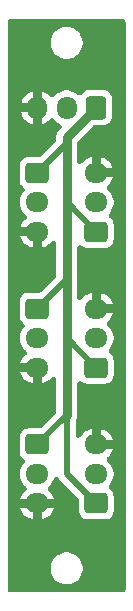
<source format=gbr>
%TF.GenerationSoftware,KiCad,Pcbnew,9.0.2*%
%TF.CreationDate,2025-07-09T13:19:50-04:00*%
%TF.ProjectId,JST Adapter Board,4a535420-4164-4617-9074-657220426f61,rev?*%
%TF.SameCoordinates,Original*%
%TF.FileFunction,Copper,L2,Bot*%
%TF.FilePolarity,Positive*%
%FSLAX46Y46*%
G04 Gerber Fmt 4.6, Leading zero omitted, Abs format (unit mm)*
G04 Created by KiCad (PCBNEW 9.0.2) date 2025-07-09 13:19:50*
%MOMM*%
%LPD*%
G01*
G04 APERTURE LIST*
G04 Aperture macros list*
%AMRoundRect*
0 Rectangle with rounded corners*
0 $1 Rounding radius*
0 $2 $3 $4 $5 $6 $7 $8 $9 X,Y pos of 4 corners*
0 Add a 4 corners polygon primitive as box body*
4,1,4,$2,$3,$4,$5,$6,$7,$8,$9,$2,$3,0*
0 Add four circle primitives for the rounded corners*
1,1,$1+$1,$2,$3*
1,1,$1+$1,$4,$5*
1,1,$1+$1,$6,$7*
1,1,$1+$1,$8,$9*
0 Add four rect primitives between the rounded corners*
20,1,$1+$1,$2,$3,$4,$5,0*
20,1,$1+$1,$4,$5,$6,$7,0*
20,1,$1+$1,$6,$7,$8,$9,0*
20,1,$1+$1,$8,$9,$2,$3,0*%
G04 Aperture macros list end*
%TA.AperFunction,ComponentPad*%
%ADD10RoundRect,0.250000X0.725000X-0.600000X0.725000X0.600000X-0.725000X0.600000X-0.725000X-0.600000X0*%
%TD*%
%TA.AperFunction,ComponentPad*%
%ADD11O,1.950000X1.700000*%
%TD*%
%TA.AperFunction,ComponentPad*%
%ADD12RoundRect,0.250000X-0.725000X0.600000X-0.725000X-0.600000X0.725000X-0.600000X0.725000X0.600000X0*%
%TD*%
%TA.AperFunction,ComponentPad*%
%ADD13RoundRect,0.250000X0.600000X0.725000X-0.600000X0.725000X-0.600000X-0.725000X0.600000X-0.725000X0*%
%TD*%
%TA.AperFunction,ComponentPad*%
%ADD14O,1.700000X1.950000*%
%TD*%
%TA.AperFunction,Conductor*%
%ADD15C,0.500000*%
%TD*%
%TA.AperFunction,Conductor*%
%ADD16C,0.750000*%
%TD*%
G04 APERTURE END LIST*
D10*
%TO.P,J5,1,Pin_1*%
%TO.N,/S*%
X91000000Y-71000000D03*
D11*
%TO.P,J5,2,Pin_2*%
%TO.N,/V*%
X91000000Y-68500000D03*
%TO.P,J5,3,Pin_3*%
%TO.N,/G*%
X91000000Y-66000000D03*
%TD*%
D10*
%TO.P,J6,1,Pin_1*%
%TO.N,/S*%
X91000000Y-82500000D03*
D11*
%TO.P,J6,2,Pin_2*%
%TO.N,/V*%
X91000000Y-80000000D03*
%TO.P,J6,3,Pin_3*%
%TO.N,/G*%
X91000000Y-77500000D03*
%TD*%
D12*
%TO.P,J4,1,Pin_1*%
%TO.N,/S*%
X86000000Y-89000000D03*
D11*
%TO.P,J4,2,Pin_2*%
%TO.N,/V*%
X86000000Y-91500000D03*
%TO.P,J4,3,Pin_3*%
%TO.N,/G*%
X86000000Y-94000000D03*
%TD*%
D10*
%TO.P,J7,1,Pin_1*%
%TO.N,/S*%
X91000000Y-94000000D03*
D11*
%TO.P,J7,2,Pin_2*%
%TO.N,/V*%
X91000000Y-91500000D03*
%TO.P,J7,3,Pin_3*%
%TO.N,/G*%
X91000000Y-89000000D03*
%TD*%
D13*
%TO.P,J1,1,Pin_1*%
%TO.N,/S*%
X91000000Y-60500000D03*
D14*
%TO.P,J1,2,Pin_2*%
%TO.N,/V*%
X88500000Y-60500000D03*
%TO.P,J1,3,Pin_3*%
%TO.N,/G*%
X86000000Y-60500000D03*
%TD*%
D12*
%TO.P,J3,1,Pin_1*%
%TO.N,/S*%
X86000000Y-77500000D03*
D11*
%TO.P,J3,2,Pin_2*%
%TO.N,/V*%
X86000000Y-80000000D03*
%TO.P,J3,3,Pin_3*%
%TO.N,/G*%
X86000000Y-82500000D03*
%TD*%
D12*
%TO.P,J2,1,Pin_1*%
%TO.N,/S*%
X86000000Y-66000000D03*
D11*
%TO.P,J2,2,Pin_2*%
%TO.N,/V*%
X86000000Y-68500000D03*
%TO.P,J2,3,Pin_3*%
%TO.N,/G*%
X86000000Y-71000000D03*
%TD*%
D15*
%TO.N,/S*%
X86000000Y-77500000D02*
X88500000Y-75000000D01*
X88500000Y-63500000D02*
X86000000Y-66000000D01*
X86000000Y-89000000D02*
X88500000Y-86500000D01*
D16*
X91000000Y-60500000D02*
X91000000Y-61000000D01*
X91000000Y-60500000D02*
X88500000Y-63000000D01*
X88500000Y-86500000D02*
X88500000Y-80000000D01*
D15*
X91000000Y-82500000D02*
X88500000Y-80000000D01*
X91000000Y-71000000D02*
X88500000Y-68500000D01*
X88500000Y-91500000D02*
X91000000Y-94000000D01*
X88500000Y-86500000D02*
X88500000Y-91500000D01*
D16*
X88500000Y-80000000D02*
X88500000Y-63000000D01*
%TD*%
%TA.AperFunction,Conductor*%
%TO.N,/G*%
G36*
X93345788Y-53019454D02*
G01*
X93426570Y-53073430D01*
X93480546Y-53154212D01*
X93499500Y-53249500D01*
X93499500Y-101250500D01*
X93480546Y-101345788D01*
X93426570Y-101426570D01*
X93345788Y-101480546D01*
X93250500Y-101499500D01*
X83749500Y-101499500D01*
X83654212Y-101480546D01*
X83573430Y-101426570D01*
X83519454Y-101345788D01*
X83500500Y-101250500D01*
X83500500Y-99393703D01*
X87149500Y-99393703D01*
X87149500Y-99606296D01*
X87182753Y-99816240D01*
X87182754Y-99816243D01*
X87248443Y-100018412D01*
X87344949Y-100207816D01*
X87469896Y-100379792D01*
X87620208Y-100530104D01*
X87792184Y-100655051D01*
X87981588Y-100751557D01*
X88183757Y-100817246D01*
X88257601Y-100828941D01*
X88393703Y-100850499D01*
X88393710Y-100850499D01*
X88393713Y-100850500D01*
X88393716Y-100850500D01*
X88606284Y-100850500D01*
X88606287Y-100850500D01*
X88606290Y-100850499D01*
X88606296Y-100850499D01*
X88705476Y-100834789D01*
X88816243Y-100817246D01*
X89018412Y-100751557D01*
X89207816Y-100655051D01*
X89379792Y-100530104D01*
X89530104Y-100379792D01*
X89655051Y-100207816D01*
X89751557Y-100018412D01*
X89817246Y-99816243D01*
X89850500Y-99606287D01*
X89850500Y-99393713D01*
X89850499Y-99393710D01*
X89850499Y-99393703D01*
X89817246Y-99183759D01*
X89817246Y-99183757D01*
X89751557Y-98981588D01*
X89655051Y-98792184D01*
X89530104Y-98620208D01*
X89379792Y-98469896D01*
X89207816Y-98344949D01*
X89018412Y-98248443D01*
X89018409Y-98248442D01*
X89018407Y-98248441D01*
X88816240Y-98182753D01*
X88606296Y-98149500D01*
X88606287Y-98149500D01*
X88393713Y-98149500D01*
X88393703Y-98149500D01*
X88183759Y-98182753D01*
X87981592Y-98248441D01*
X87792182Y-98344950D01*
X87620206Y-98469897D01*
X87469897Y-98620206D01*
X87344950Y-98792182D01*
X87248441Y-98981592D01*
X87182753Y-99183759D01*
X87149500Y-99393703D01*
X83500500Y-99393703D01*
X83500500Y-94375000D01*
X84577371Y-94375000D01*
X84623904Y-94518215D01*
X84623908Y-94518225D01*
X84720376Y-94707553D01*
X84845275Y-94879462D01*
X84995537Y-95029724D01*
X85167446Y-95154623D01*
X85356774Y-95251091D01*
X85356787Y-95251097D01*
X85558870Y-95316756D01*
X85625000Y-95327230D01*
X85625000Y-94375001D01*
X85624999Y-94375000D01*
X84577371Y-94375000D01*
X83500500Y-94375000D01*
X83500500Y-82875000D01*
X84577371Y-82875000D01*
X84623904Y-83018215D01*
X84623908Y-83018225D01*
X84720376Y-83207553D01*
X84845275Y-83379462D01*
X84995537Y-83529724D01*
X85167446Y-83654623D01*
X85356774Y-83751091D01*
X85356787Y-83751097D01*
X85558870Y-83816756D01*
X85625000Y-83827230D01*
X85625000Y-82875001D01*
X85624999Y-82875000D01*
X84577371Y-82875000D01*
X83500500Y-82875000D01*
X83500500Y-71375000D01*
X84577371Y-71375000D01*
X84623904Y-71518215D01*
X84623908Y-71518225D01*
X84720376Y-71707553D01*
X84845275Y-71879462D01*
X84995537Y-72029724D01*
X85167446Y-72154623D01*
X85356774Y-72251091D01*
X85356787Y-72251097D01*
X85558870Y-72316756D01*
X85625000Y-72327230D01*
X85625000Y-71375001D01*
X85624999Y-71375000D01*
X84577371Y-71375000D01*
X83500500Y-71375000D01*
X83500500Y-65349988D01*
X84524500Y-65349988D01*
X84524500Y-66650006D01*
X84535001Y-66752800D01*
X84590185Y-66919332D01*
X84658276Y-67029727D01*
X84682288Y-67068656D01*
X84806344Y-67192712D01*
X84826566Y-67205185D01*
X84897717Y-67271339D01*
X84938136Y-67359687D01*
X84941670Y-67456778D01*
X84907779Y-67547830D01*
X84871921Y-67593181D01*
X84844899Y-67620203D01*
X84719950Y-67792182D01*
X84623441Y-67981592D01*
X84557753Y-68183759D01*
X84524500Y-68393703D01*
X84524500Y-68606296D01*
X84557753Y-68816240D01*
X84557754Y-68816243D01*
X84623443Y-69018412D01*
X84719949Y-69207816D01*
X84837754Y-69369961D01*
X84844897Y-69379793D01*
X84995207Y-69530103D01*
X85021029Y-69548864D01*
X85086978Y-69620207D01*
X85120604Y-69711357D01*
X85116790Y-69808437D01*
X85076115Y-69896668D01*
X85021032Y-69951752D01*
X84995537Y-69970275D01*
X84845275Y-70120537D01*
X84720376Y-70292446D01*
X84623908Y-70481774D01*
X84623904Y-70481784D01*
X84577370Y-70624999D01*
X84577371Y-70625000D01*
X85703248Y-70625000D01*
X85619905Y-70708343D01*
X85557370Y-70816657D01*
X85525000Y-70937465D01*
X85525000Y-71062535D01*
X85557370Y-71183343D01*
X85619905Y-71291657D01*
X85708343Y-71380095D01*
X85816657Y-71442630D01*
X85937465Y-71475000D01*
X86062535Y-71475000D01*
X86183343Y-71442630D01*
X86291657Y-71380095D01*
X86375000Y-71296752D01*
X86375000Y-72327229D01*
X86441129Y-72316756D01*
X86643212Y-72251097D01*
X86643225Y-72251091D01*
X86832553Y-72154623D01*
X87004462Y-72029724D01*
X87154723Y-71879463D01*
X87174054Y-71852857D01*
X87245397Y-71786908D01*
X87336547Y-71753281D01*
X87433627Y-71757095D01*
X87521858Y-71797769D01*
X87587807Y-71869112D01*
X87621434Y-71960262D01*
X87624500Y-71999215D01*
X87624500Y-74710991D01*
X87605546Y-74806279D01*
X87551570Y-74887061D01*
X86362060Y-76076570D01*
X86281278Y-76130546D01*
X86185990Y-76149500D01*
X85225002Y-76149500D01*
X85224985Y-76149501D01*
X85122199Y-76160001D01*
X84955667Y-76215185D01*
X84806346Y-76307286D01*
X84682286Y-76431346D01*
X84590184Y-76580668D01*
X84535002Y-76747197D01*
X84535001Y-76747204D01*
X84524500Y-76849988D01*
X84524500Y-78150006D01*
X84535001Y-78252800D01*
X84590185Y-78419332D01*
X84658276Y-78529727D01*
X84682288Y-78568656D01*
X84806344Y-78692712D01*
X84826566Y-78705185D01*
X84897717Y-78771339D01*
X84938136Y-78859687D01*
X84941670Y-78956778D01*
X84907779Y-79047830D01*
X84871921Y-79093181D01*
X84844899Y-79120203D01*
X84719950Y-79292182D01*
X84623441Y-79481592D01*
X84557753Y-79683759D01*
X84524500Y-79893703D01*
X84524500Y-80106296D01*
X84557753Y-80316240D01*
X84557754Y-80316243D01*
X84623443Y-80518412D01*
X84719949Y-80707816D01*
X84837754Y-80869961D01*
X84844897Y-80879793D01*
X84995207Y-81030103D01*
X85021029Y-81048864D01*
X85086978Y-81120207D01*
X85120604Y-81211357D01*
X85116790Y-81308437D01*
X85076115Y-81396668D01*
X85021032Y-81451752D01*
X84995537Y-81470275D01*
X84845275Y-81620537D01*
X84720376Y-81792446D01*
X84623908Y-81981774D01*
X84623904Y-81981784D01*
X84577370Y-82124999D01*
X84577371Y-82125000D01*
X85703248Y-82125000D01*
X85619905Y-82208343D01*
X85557370Y-82316657D01*
X85525000Y-82437465D01*
X85525000Y-82562535D01*
X85557370Y-82683343D01*
X85619905Y-82791657D01*
X85708343Y-82880095D01*
X85816657Y-82942630D01*
X85937465Y-82975000D01*
X86062535Y-82975000D01*
X86183343Y-82942630D01*
X86291657Y-82880095D01*
X86375000Y-82796752D01*
X86375000Y-83827229D01*
X86441129Y-83816756D01*
X86643212Y-83751097D01*
X86643225Y-83751091D01*
X86832553Y-83654623D01*
X87004462Y-83529724D01*
X87154723Y-83379463D01*
X87174054Y-83352857D01*
X87245397Y-83286908D01*
X87336547Y-83253281D01*
X87433627Y-83257095D01*
X87521858Y-83297769D01*
X87587807Y-83369112D01*
X87621434Y-83460262D01*
X87624500Y-83499215D01*
X87624500Y-86210991D01*
X87605546Y-86306279D01*
X87551570Y-86387061D01*
X86362060Y-87576570D01*
X86281278Y-87630546D01*
X86185990Y-87649500D01*
X85225002Y-87649500D01*
X85224985Y-87649501D01*
X85122199Y-87660001D01*
X84955667Y-87715185D01*
X84806346Y-87807286D01*
X84682286Y-87931346D01*
X84590184Y-88080668D01*
X84535002Y-88247197D01*
X84535001Y-88247204D01*
X84524500Y-88349988D01*
X84524500Y-89650006D01*
X84535001Y-89752800D01*
X84590185Y-89919332D01*
X84658276Y-90029727D01*
X84682288Y-90068656D01*
X84806344Y-90192712D01*
X84826566Y-90205185D01*
X84897717Y-90271339D01*
X84938136Y-90359687D01*
X84941670Y-90456778D01*
X84907779Y-90547830D01*
X84871921Y-90593181D01*
X84844899Y-90620203D01*
X84719950Y-90792182D01*
X84623441Y-90981592D01*
X84557753Y-91183759D01*
X84524500Y-91393703D01*
X84524500Y-91606296D01*
X84557753Y-91816240D01*
X84610446Y-91978414D01*
X84623443Y-92018412D01*
X84719949Y-92207816D01*
X84719950Y-92207817D01*
X84844897Y-92379793D01*
X84995207Y-92530103D01*
X85021029Y-92548864D01*
X85086978Y-92620207D01*
X85120604Y-92711357D01*
X85116790Y-92808437D01*
X85076115Y-92896668D01*
X85021032Y-92951752D01*
X84995537Y-92970275D01*
X84845275Y-93120537D01*
X84720376Y-93292446D01*
X84623908Y-93481774D01*
X84623904Y-93481784D01*
X84577370Y-93624999D01*
X84577371Y-93625000D01*
X85703248Y-93625000D01*
X85619905Y-93708343D01*
X85557370Y-93816657D01*
X85525000Y-93937465D01*
X85525000Y-94062535D01*
X85557370Y-94183343D01*
X85619905Y-94291657D01*
X85708343Y-94380095D01*
X85816657Y-94442630D01*
X85937465Y-94475000D01*
X86062535Y-94475000D01*
X86183343Y-94442630D01*
X86291657Y-94380095D01*
X86296751Y-94375001D01*
X86375000Y-94375001D01*
X86375000Y-95327229D01*
X86441129Y-95316756D01*
X86643212Y-95251097D01*
X86643225Y-95251091D01*
X86832553Y-95154623D01*
X87004462Y-95029724D01*
X87154724Y-94879462D01*
X87279623Y-94707553D01*
X87376091Y-94518225D01*
X87376095Y-94518215D01*
X87422629Y-94375000D01*
X86375001Y-94375000D01*
X86375000Y-94375001D01*
X86296751Y-94375001D01*
X86380095Y-94291657D01*
X86442630Y-94183343D01*
X86475000Y-94062535D01*
X86475000Y-93937465D01*
X86442630Y-93816657D01*
X86380095Y-93708343D01*
X86296752Y-93625000D01*
X87422629Y-93625000D01*
X87422629Y-93624999D01*
X87376095Y-93481784D01*
X87376091Y-93481774D01*
X87279623Y-93292446D01*
X87154724Y-93120537D01*
X87004462Y-92970275D01*
X86978970Y-92951754D01*
X86913021Y-92880410D01*
X86879394Y-92789260D01*
X86883209Y-92692180D01*
X86923884Y-92603950D01*
X86978971Y-92548863D01*
X87004792Y-92530104D01*
X87155104Y-92379792D01*
X87280051Y-92207816D01*
X87376557Y-92018412D01*
X87403499Y-91935494D01*
X87420196Y-91905677D01*
X87433276Y-91874101D01*
X87443739Y-91863637D01*
X87450970Y-91850726D01*
X87477808Y-91829568D01*
X87501975Y-91805402D01*
X87515648Y-91799738D01*
X87527268Y-91790578D01*
X87560153Y-91781303D01*
X87591734Y-91768222D01*
X87606535Y-91768222D01*
X87620775Y-91764206D01*
X87654707Y-91768222D01*
X87688889Y-91768222D01*
X87702563Y-91773886D01*
X87717256Y-91775625D01*
X87747072Y-91792322D01*
X87778649Y-91805402D01*
X87789112Y-91815865D01*
X87802024Y-91823096D01*
X87847348Y-91874101D01*
X87867813Y-91904729D01*
X87917048Y-91978416D01*
X88690189Y-92751557D01*
X89451570Y-93512938D01*
X89505546Y-93593720D01*
X89524500Y-93689008D01*
X89524500Y-94649997D01*
X89524501Y-94650014D01*
X89535001Y-94752800D01*
X89590185Y-94919331D01*
X89590186Y-94919334D01*
X89682288Y-95068656D01*
X89806344Y-95192712D01*
X89955666Y-95284814D01*
X89955669Y-95284815D01*
X89955667Y-95284815D01*
X90119310Y-95339040D01*
X90122203Y-95339999D01*
X90224991Y-95350500D01*
X91775008Y-95350499D01*
X91877797Y-95339999D01*
X92044334Y-95284814D01*
X92193656Y-95192712D01*
X92317712Y-95068656D01*
X92409814Y-94919334D01*
X92464999Y-94752797D01*
X92475500Y-94650009D01*
X92475499Y-93349992D01*
X92464999Y-93247203D01*
X92409814Y-93080666D01*
X92317712Y-92931344D01*
X92193656Y-92807288D01*
X92173431Y-92794813D01*
X92102281Y-92728658D01*
X92061862Y-92640310D01*
X92058330Y-92543219D01*
X92092221Y-92452167D01*
X92128083Y-92406813D01*
X92155100Y-92379796D01*
X92155104Y-92379792D01*
X92280051Y-92207816D01*
X92376557Y-92018412D01*
X92442246Y-91816243D01*
X92475500Y-91606287D01*
X92475500Y-91393713D01*
X92475499Y-91393710D01*
X92475499Y-91393703D01*
X92442246Y-91183759D01*
X92442246Y-91183757D01*
X92376557Y-90981588D01*
X92280051Y-90792184D01*
X92155104Y-90620208D01*
X92004792Y-90469896D01*
X92004790Y-90469894D01*
X91978969Y-90451134D01*
X91913021Y-90379791D01*
X91879394Y-90288640D01*
X91883209Y-90191560D01*
X91923885Y-90103330D01*
X91978974Y-90048243D01*
X92004459Y-90029727D01*
X92154724Y-89879462D01*
X92279623Y-89707553D01*
X92376091Y-89518225D01*
X92376095Y-89518215D01*
X92422629Y-89375000D01*
X91296752Y-89375000D01*
X91380095Y-89291657D01*
X91442630Y-89183343D01*
X91475000Y-89062535D01*
X91475000Y-88937465D01*
X91442630Y-88816657D01*
X91380095Y-88708343D01*
X91296751Y-88624999D01*
X91375000Y-88624999D01*
X91375001Y-88625000D01*
X92422629Y-88625000D01*
X92422629Y-88624999D01*
X92376095Y-88481784D01*
X92376091Y-88481774D01*
X92279623Y-88292446D01*
X92154724Y-88120537D01*
X92004462Y-87970275D01*
X91832553Y-87845376D01*
X91643225Y-87748908D01*
X91643215Y-87748904D01*
X91441124Y-87683241D01*
X91441120Y-87683240D01*
X91375000Y-87672767D01*
X91375000Y-88624999D01*
X91296751Y-88624999D01*
X91291657Y-88619905D01*
X91183343Y-88557370D01*
X91062535Y-88525000D01*
X90937465Y-88525000D01*
X90816657Y-88557370D01*
X90708343Y-88619905D01*
X90625000Y-88703248D01*
X90625000Y-87672768D01*
X90624999Y-87672767D01*
X90558879Y-87683240D01*
X90558875Y-87683241D01*
X90356784Y-87748904D01*
X90356774Y-87748908D01*
X90167446Y-87845376D01*
X89995537Y-87970275D01*
X89845275Y-88120537D01*
X89720375Y-88292448D01*
X89715267Y-88300784D01*
X89713918Y-88299957D01*
X89661205Y-88366819D01*
X89576435Y-88414287D01*
X89479953Y-88425703D01*
X89386447Y-88399327D01*
X89310152Y-88339176D01*
X89262684Y-88254406D01*
X89250500Y-88177471D01*
X89250500Y-87024518D01*
X89269454Y-86929230D01*
X89272576Y-86922629D01*
X89288455Y-86884291D01*
X89341855Y-86755374D01*
X89375500Y-86586229D01*
X89375500Y-83863007D01*
X89394454Y-83767719D01*
X89448430Y-83686937D01*
X89529212Y-83632961D01*
X89624500Y-83614007D01*
X89719788Y-83632961D01*
X89800566Y-83686934D01*
X89806344Y-83692712D01*
X89955666Y-83784814D01*
X89955669Y-83784815D01*
X89955667Y-83784815D01*
X90119310Y-83839040D01*
X90122203Y-83839999D01*
X90224991Y-83850500D01*
X91775008Y-83850499D01*
X91877797Y-83839999D01*
X92044334Y-83784814D01*
X92193656Y-83692712D01*
X92317712Y-83568656D01*
X92409814Y-83419334D01*
X92464999Y-83252797D01*
X92475500Y-83150009D01*
X92475499Y-81849992D01*
X92464999Y-81747203D01*
X92409814Y-81580666D01*
X92317712Y-81431344D01*
X92193656Y-81307288D01*
X92173431Y-81294813D01*
X92102281Y-81228658D01*
X92061862Y-81140310D01*
X92058330Y-81043219D01*
X92092221Y-80952167D01*
X92128083Y-80906813D01*
X92155100Y-80879796D01*
X92155104Y-80879792D01*
X92280051Y-80707816D01*
X92376557Y-80518412D01*
X92442246Y-80316243D01*
X92475500Y-80106287D01*
X92475500Y-79893713D01*
X92475499Y-79893710D01*
X92475499Y-79893703D01*
X92442246Y-79683759D01*
X92442246Y-79683757D01*
X92376557Y-79481588D01*
X92280051Y-79292184D01*
X92155104Y-79120208D01*
X92004792Y-78969896D01*
X92004790Y-78969894D01*
X91978969Y-78951134D01*
X91913021Y-78879791D01*
X91879394Y-78788640D01*
X91883209Y-78691560D01*
X91923885Y-78603330D01*
X91978974Y-78548243D01*
X92004459Y-78529727D01*
X92154724Y-78379462D01*
X92279623Y-78207553D01*
X92376091Y-78018225D01*
X92376095Y-78018215D01*
X92422629Y-77875000D01*
X91296752Y-77875000D01*
X91380095Y-77791657D01*
X91442630Y-77683343D01*
X91475000Y-77562535D01*
X91475000Y-77437465D01*
X91442630Y-77316657D01*
X91380095Y-77208343D01*
X91296751Y-77124999D01*
X91375000Y-77124999D01*
X91375001Y-77125000D01*
X92422629Y-77125000D01*
X92422629Y-77124999D01*
X92376095Y-76981784D01*
X92376091Y-76981774D01*
X92279623Y-76792446D01*
X92154724Y-76620537D01*
X92004462Y-76470275D01*
X91832553Y-76345376D01*
X91643225Y-76248908D01*
X91643215Y-76248904D01*
X91441124Y-76183241D01*
X91441120Y-76183240D01*
X91375000Y-76172767D01*
X91375000Y-77124999D01*
X91296751Y-77124999D01*
X91291657Y-77119905D01*
X91183343Y-77057370D01*
X91062535Y-77025000D01*
X90937465Y-77025000D01*
X90816657Y-77057370D01*
X90708343Y-77119905D01*
X90625000Y-77203248D01*
X90625000Y-76172768D01*
X90624999Y-76172767D01*
X90558879Y-76183240D01*
X90558875Y-76183241D01*
X90356784Y-76248904D01*
X90356774Y-76248908D01*
X90167446Y-76345376D01*
X89995537Y-76470275D01*
X89845277Y-76620535D01*
X89825944Y-76647145D01*
X89754600Y-76713093D01*
X89663450Y-76746719D01*
X89566369Y-76742903D01*
X89478139Y-76702228D01*
X89412191Y-76630884D01*
X89378565Y-76539734D01*
X89375500Y-76500784D01*
X89375500Y-72363007D01*
X89394454Y-72267719D01*
X89448430Y-72186937D01*
X89529212Y-72132961D01*
X89624500Y-72114007D01*
X89719788Y-72132961D01*
X89800566Y-72186934D01*
X89806344Y-72192712D01*
X89955666Y-72284814D01*
X89955669Y-72284815D01*
X89955667Y-72284815D01*
X90119310Y-72339040D01*
X90122203Y-72339999D01*
X90224991Y-72350500D01*
X91775008Y-72350499D01*
X91877797Y-72339999D01*
X92044334Y-72284814D01*
X92193656Y-72192712D01*
X92317712Y-72068656D01*
X92409814Y-71919334D01*
X92464999Y-71752797D01*
X92475500Y-71650009D01*
X92475499Y-70349992D01*
X92464999Y-70247203D01*
X92409814Y-70080666D01*
X92317712Y-69931344D01*
X92193656Y-69807288D01*
X92173431Y-69794813D01*
X92102281Y-69728658D01*
X92061862Y-69640310D01*
X92058330Y-69543219D01*
X92092221Y-69452167D01*
X92128083Y-69406813D01*
X92155100Y-69379796D01*
X92155104Y-69379792D01*
X92280051Y-69207816D01*
X92376557Y-69018412D01*
X92442246Y-68816243D01*
X92475500Y-68606287D01*
X92475500Y-68393713D01*
X92475499Y-68393710D01*
X92475499Y-68393703D01*
X92442246Y-68183759D01*
X92442246Y-68183757D01*
X92376557Y-67981588D01*
X92280051Y-67792184D01*
X92155104Y-67620208D01*
X92004792Y-67469896D01*
X92004790Y-67469894D01*
X91978969Y-67451134D01*
X91913021Y-67379791D01*
X91879394Y-67288640D01*
X91883209Y-67191560D01*
X91923885Y-67103330D01*
X91978974Y-67048243D01*
X92004459Y-67029727D01*
X92154724Y-66879462D01*
X92279623Y-66707553D01*
X92376091Y-66518225D01*
X92376095Y-66518215D01*
X92422629Y-66375000D01*
X91296752Y-66375000D01*
X91380095Y-66291657D01*
X91442630Y-66183343D01*
X91475000Y-66062535D01*
X91475000Y-65937465D01*
X91442630Y-65816657D01*
X91380095Y-65708343D01*
X91296751Y-65624999D01*
X91375000Y-65624999D01*
X91375001Y-65625000D01*
X92422629Y-65625000D01*
X92422629Y-65624999D01*
X92376095Y-65481784D01*
X92376091Y-65481774D01*
X92279623Y-65292446D01*
X92154724Y-65120537D01*
X92004462Y-64970275D01*
X91832553Y-64845376D01*
X91643225Y-64748908D01*
X91643215Y-64748904D01*
X91441124Y-64683241D01*
X91441120Y-64683240D01*
X91375000Y-64672767D01*
X91375000Y-65624999D01*
X91296751Y-65624999D01*
X91291657Y-65619905D01*
X91183343Y-65557370D01*
X91062535Y-65525000D01*
X90937465Y-65525000D01*
X90816657Y-65557370D01*
X90708343Y-65619905D01*
X90625000Y-65703248D01*
X90625000Y-64672768D01*
X90624999Y-64672767D01*
X90558879Y-64683240D01*
X90558875Y-64683241D01*
X90356784Y-64748904D01*
X90356774Y-64748908D01*
X90167446Y-64845376D01*
X89995537Y-64970275D01*
X89845277Y-65120535D01*
X89825944Y-65147145D01*
X89754600Y-65213093D01*
X89663450Y-65246719D01*
X89566369Y-65242903D01*
X89478139Y-65202228D01*
X89412191Y-65130884D01*
X89378565Y-65039734D01*
X89375500Y-65000784D01*
X89375500Y-63465783D01*
X89394454Y-63370495D01*
X89448428Y-63289715D01*
X90689714Y-62048428D01*
X90770496Y-61994453D01*
X90865784Y-61975499D01*
X91650006Y-61975499D01*
X91650008Y-61975499D01*
X91752797Y-61964999D01*
X91919334Y-61909814D01*
X92068656Y-61817712D01*
X92192712Y-61693656D01*
X92284814Y-61544334D01*
X92339999Y-61377797D01*
X92350500Y-61275009D01*
X92350499Y-59724992D01*
X92339999Y-59622203D01*
X92339469Y-59620605D01*
X92312653Y-59539680D01*
X92284814Y-59455666D01*
X92192712Y-59306344D01*
X92068656Y-59182288D01*
X91919334Y-59090186D01*
X91919332Y-59090185D01*
X91919330Y-59090184D01*
X91919332Y-59090184D01*
X91752802Y-59035002D01*
X91752798Y-59035001D01*
X91752797Y-59035001D01*
X91650009Y-59024500D01*
X91650005Y-59024500D01*
X90349993Y-59024500D01*
X90247199Y-59035001D01*
X90080667Y-59090185D01*
X89931346Y-59182286D01*
X89807285Y-59306347D01*
X89794812Y-59326570D01*
X89728655Y-59397720D01*
X89640306Y-59438138D01*
X89543216Y-59441669D01*
X89452164Y-59407776D01*
X89406815Y-59371919D01*
X89379793Y-59344897D01*
X89208404Y-59220376D01*
X89207816Y-59219949D01*
X89018412Y-59123443D01*
X89018409Y-59123442D01*
X89018407Y-59123441D01*
X88816240Y-59057753D01*
X88606296Y-59024500D01*
X88606287Y-59024500D01*
X88393713Y-59024500D01*
X88393703Y-59024500D01*
X88183759Y-59057753D01*
X87981592Y-59123441D01*
X87792182Y-59219950D01*
X87620206Y-59344897D01*
X87469894Y-59495209D01*
X87451132Y-59521033D01*
X87379788Y-59586980D01*
X87288637Y-59620605D01*
X87191557Y-59616789D01*
X87103327Y-59576112D01*
X87048245Y-59521028D01*
X87029727Y-59495540D01*
X86879462Y-59345275D01*
X86707553Y-59220376D01*
X86518225Y-59123908D01*
X86518215Y-59123904D01*
X86375000Y-59077370D01*
X86375000Y-60203248D01*
X86291657Y-60119905D01*
X86183343Y-60057370D01*
X86062535Y-60025000D01*
X85937465Y-60025000D01*
X85816657Y-60057370D01*
X85708343Y-60119905D01*
X85619905Y-60208343D01*
X85557370Y-60316657D01*
X85525000Y-60437465D01*
X85525000Y-60562535D01*
X85557370Y-60683343D01*
X85619905Y-60791657D01*
X85708343Y-60880095D01*
X85816657Y-60942630D01*
X85937465Y-60975000D01*
X86062535Y-60975000D01*
X86183343Y-60942630D01*
X86291657Y-60880095D01*
X86375000Y-60796752D01*
X86375000Y-61922626D01*
X86518221Y-61876092D01*
X86518230Y-61876088D01*
X86707553Y-61779623D01*
X86879462Y-61654724D01*
X87029727Y-61504459D01*
X87048243Y-61478974D01*
X87119585Y-61413024D01*
X87210734Y-61379395D01*
X87307814Y-61383208D01*
X87396045Y-61423882D01*
X87451134Y-61478969D01*
X87469894Y-61504790D01*
X87469896Y-61504792D01*
X87620208Y-61655104D01*
X87792184Y-61780051D01*
X87792186Y-61780052D01*
X87943665Y-61857235D01*
X88019963Y-61917383D01*
X88067434Y-62002150D01*
X88078853Y-62098632D01*
X88052481Y-62192139D01*
X88006691Y-62255164D01*
X87941901Y-62319955D01*
X87941900Y-62319954D01*
X87819956Y-62441899D01*
X87819954Y-62441902D01*
X87724142Y-62585294D01*
X87724139Y-62585299D01*
X87658146Y-62744622D01*
X87624500Y-62913773D01*
X87624500Y-63210991D01*
X87605546Y-63306279D01*
X87551570Y-63387061D01*
X86362060Y-64576570D01*
X86281278Y-64630546D01*
X86185990Y-64649500D01*
X85225002Y-64649500D01*
X85224985Y-64649501D01*
X85122199Y-64660001D01*
X84955667Y-64715185D01*
X84806346Y-64807286D01*
X84682286Y-64931346D01*
X84590184Y-65080668D01*
X84535002Y-65247197D01*
X84535001Y-65247204D01*
X84524500Y-65349988D01*
X83500500Y-65349988D01*
X83500500Y-60875000D01*
X84672770Y-60875000D01*
X84683243Y-60941129D01*
X84748902Y-61143212D01*
X84748908Y-61143225D01*
X84845376Y-61332553D01*
X84970275Y-61504462D01*
X85120537Y-61654724D01*
X85292446Y-61779623D01*
X85481769Y-61876088D01*
X85481778Y-61876092D01*
X85625000Y-61922627D01*
X85625000Y-60875001D01*
X85624999Y-60875000D01*
X84672770Y-60875000D01*
X83500500Y-60875000D01*
X83500500Y-60125000D01*
X84672769Y-60125000D01*
X85624999Y-60125000D01*
X85625000Y-60124999D01*
X85625000Y-59077370D01*
X85624999Y-59077370D01*
X85481784Y-59123904D01*
X85481774Y-59123908D01*
X85292446Y-59220376D01*
X85120537Y-59345275D01*
X84970275Y-59495537D01*
X84845376Y-59667446D01*
X84748908Y-59856774D01*
X84748902Y-59856787D01*
X84683243Y-60058870D01*
X84672769Y-60125000D01*
X83500500Y-60125000D01*
X83500500Y-54893703D01*
X87149500Y-54893703D01*
X87149500Y-55106296D01*
X87182753Y-55316240D01*
X87182754Y-55316243D01*
X87248443Y-55518412D01*
X87344949Y-55707816D01*
X87469896Y-55879792D01*
X87620208Y-56030104D01*
X87792184Y-56155051D01*
X87981588Y-56251557D01*
X88183757Y-56317246D01*
X88257601Y-56328941D01*
X88393703Y-56350499D01*
X88393710Y-56350499D01*
X88393713Y-56350500D01*
X88393716Y-56350500D01*
X88606284Y-56350500D01*
X88606287Y-56350500D01*
X88606290Y-56350499D01*
X88606296Y-56350499D01*
X88705476Y-56334789D01*
X88816243Y-56317246D01*
X89018412Y-56251557D01*
X89207816Y-56155051D01*
X89379792Y-56030104D01*
X89530104Y-55879792D01*
X89655051Y-55707816D01*
X89751557Y-55518412D01*
X89817246Y-55316243D01*
X89850500Y-55106287D01*
X89850500Y-54893713D01*
X89850499Y-54893710D01*
X89850499Y-54893703D01*
X89817246Y-54683759D01*
X89817246Y-54683757D01*
X89751557Y-54481588D01*
X89655051Y-54292184D01*
X89530104Y-54120208D01*
X89379792Y-53969896D01*
X89207816Y-53844949D01*
X89018412Y-53748443D01*
X89018409Y-53748442D01*
X89018407Y-53748441D01*
X88816240Y-53682753D01*
X88606296Y-53649500D01*
X88606287Y-53649500D01*
X88393713Y-53649500D01*
X88393703Y-53649500D01*
X88183759Y-53682753D01*
X87981592Y-53748441D01*
X87792182Y-53844950D01*
X87620206Y-53969897D01*
X87469897Y-54120206D01*
X87344950Y-54292182D01*
X87248441Y-54481592D01*
X87182753Y-54683759D01*
X87149500Y-54893703D01*
X83500500Y-54893703D01*
X83500500Y-53249500D01*
X83519454Y-53154212D01*
X83573430Y-53073430D01*
X83654212Y-53019454D01*
X83749500Y-53000500D01*
X93250500Y-53000500D01*
X93345788Y-53019454D01*
G37*
%TD.AperFunction*%
%TD*%
M02*

</source>
